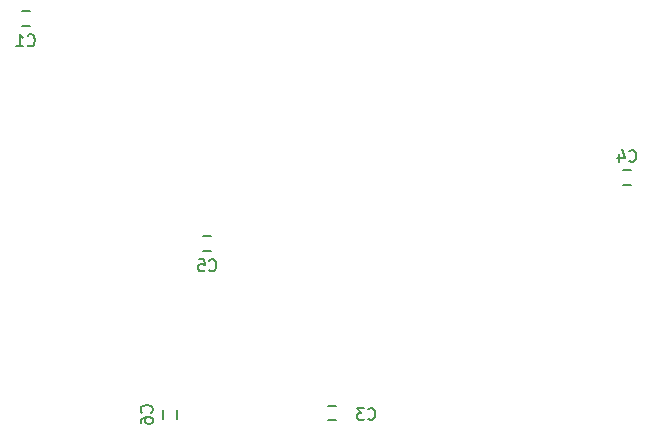
<source format=gbr>
G04 #@! TF.FileFunction,Legend,Bot*
%FSLAX46Y46*%
G04 Gerber Fmt 4.6, Leading zero omitted, Abs format (unit mm)*
G04 Created by KiCad (PCBNEW (after 2015-mar-04 BZR unknown)-product) date Fri 28 Oct 2016 11:36:00 AM CEST*
%MOMM*%
G01*
G04 APERTURE LIST*
%ADD10C,0.100000*%
%ADD11C,0.150000*%
G04 APERTURE END LIST*
D10*
D11*
X188041800Y-100015600D02*
X188741800Y-100015600D01*
X188741800Y-98815600D02*
X188041800Y-98815600D01*
X162083000Y-66640000D02*
X162783000Y-66640000D01*
X162783000Y-65440000D02*
X162083000Y-65440000D01*
X177450000Y-85690000D02*
X178150000Y-85690000D01*
X178150000Y-84490000D02*
X177450000Y-84490000D01*
X174025000Y-99218000D02*
X174025000Y-99918000D01*
X175225000Y-99918000D02*
X175225000Y-99218000D01*
X213010000Y-80102000D02*
X213710000Y-80102000D01*
X213710000Y-78902000D02*
X213010000Y-78902000D01*
X191428666Y-99925143D02*
X191476285Y-99972762D01*
X191619142Y-100020381D01*
X191714380Y-100020381D01*
X191857238Y-99972762D01*
X191952476Y-99877524D01*
X192000095Y-99782286D01*
X192047714Y-99591810D01*
X192047714Y-99448952D01*
X192000095Y-99258476D01*
X191952476Y-99163238D01*
X191857238Y-99068000D01*
X191714380Y-99020381D01*
X191619142Y-99020381D01*
X191476285Y-99068000D01*
X191428666Y-99115619D01*
X191095333Y-99020381D02*
X190476285Y-99020381D01*
X190809619Y-99401333D01*
X190666761Y-99401333D01*
X190571523Y-99448952D01*
X190523904Y-99496571D01*
X190476285Y-99591810D01*
X190476285Y-99829905D01*
X190523904Y-99925143D01*
X190571523Y-99972762D01*
X190666761Y-100020381D01*
X190952476Y-100020381D01*
X191047714Y-99972762D01*
X191095333Y-99925143D01*
X162599666Y-68297143D02*
X162647285Y-68344762D01*
X162790142Y-68392381D01*
X162885380Y-68392381D01*
X163028238Y-68344762D01*
X163123476Y-68249524D01*
X163171095Y-68154286D01*
X163218714Y-67963810D01*
X163218714Y-67820952D01*
X163171095Y-67630476D01*
X163123476Y-67535238D01*
X163028238Y-67440000D01*
X162885380Y-67392381D01*
X162790142Y-67392381D01*
X162647285Y-67440000D01*
X162599666Y-67487619D01*
X161647285Y-68392381D02*
X162218714Y-68392381D01*
X161933000Y-68392381D02*
X161933000Y-67392381D01*
X162028238Y-67535238D01*
X162123476Y-67630476D01*
X162218714Y-67678095D01*
X177966666Y-87347143D02*
X178014285Y-87394762D01*
X178157142Y-87442381D01*
X178252380Y-87442381D01*
X178395238Y-87394762D01*
X178490476Y-87299524D01*
X178538095Y-87204286D01*
X178585714Y-87013810D01*
X178585714Y-86870952D01*
X178538095Y-86680476D01*
X178490476Y-86585238D01*
X178395238Y-86490000D01*
X178252380Y-86442381D01*
X178157142Y-86442381D01*
X178014285Y-86490000D01*
X177966666Y-86537619D01*
X177061904Y-86442381D02*
X177538095Y-86442381D01*
X177585714Y-86918571D01*
X177538095Y-86870952D01*
X177442857Y-86823333D01*
X177204761Y-86823333D01*
X177109523Y-86870952D01*
X177061904Y-86918571D01*
X177014285Y-87013810D01*
X177014285Y-87251905D01*
X177061904Y-87347143D01*
X177109523Y-87394762D01*
X177204761Y-87442381D01*
X177442857Y-87442381D01*
X177538095Y-87394762D01*
X177585714Y-87347143D01*
X173082143Y-99401334D02*
X173129762Y-99353715D01*
X173177381Y-99210858D01*
X173177381Y-99115620D01*
X173129762Y-98972762D01*
X173034524Y-98877524D01*
X172939286Y-98829905D01*
X172748810Y-98782286D01*
X172605952Y-98782286D01*
X172415476Y-98829905D01*
X172320238Y-98877524D01*
X172225000Y-98972762D01*
X172177381Y-99115620D01*
X172177381Y-99210858D01*
X172225000Y-99353715D01*
X172272619Y-99401334D01*
X172177381Y-100258477D02*
X172177381Y-100068000D01*
X172225000Y-99972762D01*
X172272619Y-99925143D01*
X172415476Y-99829905D01*
X172605952Y-99782286D01*
X172986905Y-99782286D01*
X173082143Y-99829905D01*
X173129762Y-99877524D01*
X173177381Y-99972762D01*
X173177381Y-100163239D01*
X173129762Y-100258477D01*
X173082143Y-100306096D01*
X172986905Y-100353715D01*
X172748810Y-100353715D01*
X172653571Y-100306096D01*
X172605952Y-100258477D01*
X172558333Y-100163239D01*
X172558333Y-99972762D01*
X172605952Y-99877524D01*
X172653571Y-99829905D01*
X172748810Y-99782286D01*
X213526666Y-78081143D02*
X213574285Y-78128762D01*
X213717142Y-78176381D01*
X213812380Y-78176381D01*
X213955238Y-78128762D01*
X214050476Y-78033524D01*
X214098095Y-77938286D01*
X214145714Y-77747810D01*
X214145714Y-77604952D01*
X214098095Y-77414476D01*
X214050476Y-77319238D01*
X213955238Y-77224000D01*
X213812380Y-77176381D01*
X213717142Y-77176381D01*
X213574285Y-77224000D01*
X213526666Y-77271619D01*
X212669523Y-77509714D02*
X212669523Y-78176381D01*
X212907619Y-77128762D02*
X213145714Y-77843048D01*
X212526666Y-77843048D01*
M02*

</source>
